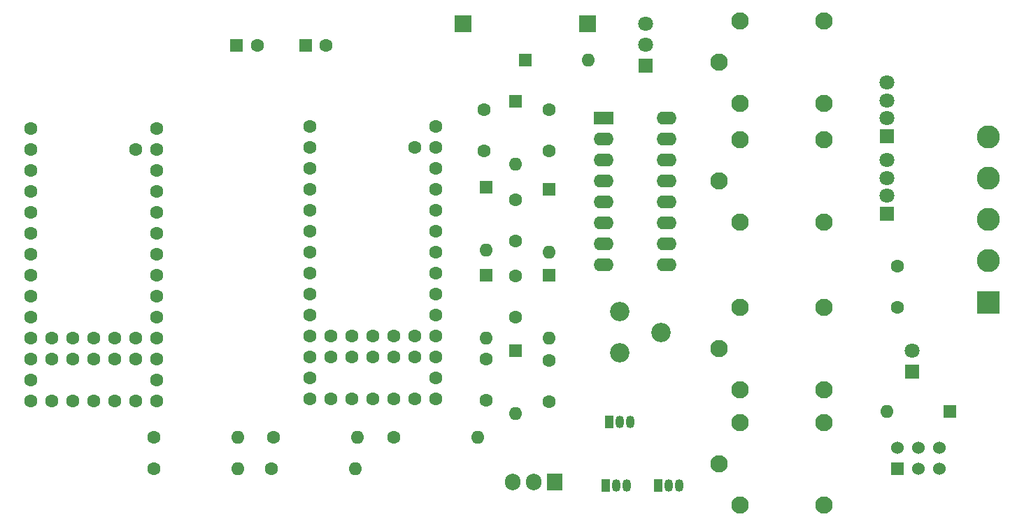
<source format=gbr>
G04 #@! TF.GenerationSoftware,KiCad,Pcbnew,5.99.0-unknown-ff9612b6da~131~ubuntu20.04.1*
G04 #@! TF.CreationDate,2021-08-29T13:57:06+09:00*
G04 #@! TF.ProjectId,Hyperwiper 2020 production prototype,48797065-7277-4697-9065-722032303230,V2.1.3*
G04 #@! TF.SameCoordinates,Original*
G04 #@! TF.FileFunction,Soldermask,Top*
G04 #@! TF.FilePolarity,Negative*
%FSLAX46Y46*%
G04 Gerber Fmt 4.6, Leading zero omitted, Abs format (unit mm)*
G04 Created by KiCad (PCBNEW 5.99.0-unknown-ff9612b6da~131~ubuntu20.04.1) date 2021-08-29 13:57:06*
%MOMM*%
%LPD*%
G01*
G04 APERTURE LIST*
%ADD10O,1.600000X1.600000*%
%ADD11R,1.600000X1.600000*%
%ADD12R,1.800000X1.800000*%
%ADD13C,1.800000*%
%ADD14C,1.600000*%
%ADD15C,2.100000*%
%ADD16R,2.800000X2.800000*%
%ADD17C,2.800000*%
%ADD18R,2.000000X2.000000*%
%ADD19R,1.050000X1.500000*%
%ADD20O,1.050000X1.500000*%
%ADD21R,1.905000X2.000000*%
%ADD22O,1.905000X2.000000*%
%ADD23C,2.340000*%
%ADD24R,2.400000X1.600000*%
%ADD25O,2.400000X1.600000*%
%ADD26R,1.524000X1.524000*%
%ADD27C,1.524000*%
G04 APERTURE END LIST*
D10*
G04 #@! TO.C,D11*
X184150000Y-105410000D03*
D11*
X191770000Y-105410000D03*
G04 #@! TD*
D10*
G04 #@! TO.C,D10*
X147955000Y-62865000D03*
D11*
X140335000Y-62865000D03*
G04 #@! TD*
D12*
G04 #@! TO.C,D2*
X184150000Y-81472000D03*
D13*
X184150000Y-79313000D03*
X184150000Y-77154000D03*
X184150000Y-74995000D03*
G04 #@! TD*
D14*
G04 #@! TO.C,C7*
X139192000Y-93980000D03*
X139192000Y-88980000D03*
G04 #@! TD*
D15*
G04 #@! TO.C,RLY2*
X166330000Y-68119000D03*
X176530000Y-68119000D03*
X176530000Y-58119000D03*
X166330000Y-58119000D03*
X163830000Y-63119000D03*
G04 #@! TD*
D14*
G04 #@! TO.C,C9*
X139192000Y-84796000D03*
X139192000Y-79796000D03*
G04 #@! TD*
G04 #@! TO.C,R3*
X124460000Y-108585000D03*
D10*
X134620000Y-108585000D03*
G04 #@! TD*
D11*
G04 #@! TO.C,D9*
X139192000Y-67818000D03*
D10*
X139192000Y-75438000D03*
G04 #@! TD*
D11*
G04 #@! TO.C,D5*
X143256000Y-88900000D03*
D10*
X143256000Y-96520000D03*
G04 #@! TD*
D16*
G04 #@! TO.C,J1*
X196396000Y-92195500D03*
D17*
X196396000Y-87195500D03*
X196396000Y-82195500D03*
X196396000Y-77195500D03*
X196396000Y-72195500D03*
G04 #@! TD*
D18*
G04 #@! TO.C,SW2*
X147895000Y-58420000D03*
X132775000Y-58420000D03*
G04 #@! TD*
D14*
G04 #@! TO.C,R2*
X109601000Y-112395000D03*
D10*
X119761000Y-112395000D03*
G04 #@! TD*
D19*
G04 #@! TO.C,Q3*
X150114000Y-114418500D03*
D20*
X151384000Y-114418500D03*
X152654000Y-114418500D03*
G04 #@! TD*
D21*
G04 #@! TO.C,Q1*
X143891000Y-113990000D03*
D22*
X141351000Y-113990000D03*
X138811000Y-113990000D03*
G04 #@! TD*
D14*
G04 #@! TO.C,C5*
X135636000Y-104120000D03*
X135636000Y-99120000D03*
G04 #@! TD*
D15*
G04 #@! TO.C,RLY4*
X166330000Y-102790000D03*
X176530000Y-102790000D03*
X176530000Y-92790000D03*
X166330000Y-92790000D03*
X163830000Y-97790000D03*
G04 #@! TD*
D14*
G04 #@! TO.C,C4*
X143256000Y-104267000D03*
X143256000Y-99267000D03*
G04 #@! TD*
D19*
G04 #@! TO.C,Q2*
X156464000Y-114418500D03*
D20*
X157734000Y-114418500D03*
X159004000Y-114418500D03*
G04 #@! TD*
D23*
G04 #@! TO.C,RV1*
X151805000Y-98360000D03*
X156805000Y-95860000D03*
X151805000Y-93360000D03*
G04 #@! TD*
D24*
G04 #@! TO.C,RN1*
X149860000Y-69850000D03*
D25*
X149860000Y-72390000D03*
X149860000Y-74930000D03*
X149860000Y-77470000D03*
X149860000Y-80010000D03*
X149860000Y-82550000D03*
X149860000Y-85090000D03*
X149860000Y-87630000D03*
X157480000Y-87630000D03*
X157480000Y-85090000D03*
X157480000Y-82550000D03*
X157480000Y-80010000D03*
X157480000Y-77470000D03*
X157480000Y-74930000D03*
X157480000Y-72390000D03*
X157480000Y-69850000D03*
G04 #@! TD*
D14*
G04 #@! TO.C,C1*
X185420000Y-92797000D03*
X185420000Y-87797000D03*
G04 #@! TD*
D11*
G04 #@! TO.C,D7*
X143256000Y-78486000D03*
D10*
X143256000Y-86106000D03*
G04 #@! TD*
D11*
G04 #@! TO.C,D8*
X135636000Y-78232000D03*
D10*
X135636000Y-85852000D03*
G04 #@! TD*
D14*
G04 #@! TO.C,R4*
X95377000Y-112395000D03*
D10*
X105537000Y-112395000D03*
G04 #@! TD*
D11*
G04 #@! TO.C,C2*
X113729900Y-61087000D03*
D14*
X116229900Y-61087000D03*
G04 #@! TD*
G04 #@! TO.C,R5*
X95377000Y-108585000D03*
D10*
X105537000Y-108585000D03*
G04 #@! TD*
D14*
G04 #@! TO.C,U1*
X114300000Y-70866000D03*
X114300000Y-73406000D03*
X114300000Y-75946000D03*
X114300000Y-78486000D03*
X114300000Y-81026000D03*
X114300000Y-83566000D03*
X114300000Y-86106000D03*
X114300000Y-88646000D03*
X114300000Y-91186000D03*
X114300000Y-93726000D03*
X114300000Y-96266000D03*
X114300000Y-98806000D03*
X114300000Y-101346000D03*
X114300000Y-103886000D03*
X116840000Y-103886000D03*
X119380000Y-103886000D03*
X121920000Y-103886000D03*
X124460000Y-103886000D03*
X127000000Y-103886000D03*
X129540000Y-103886000D03*
X129540000Y-101346000D03*
X129540000Y-98806000D03*
X129540000Y-96266000D03*
X129540000Y-93726000D03*
X129540000Y-91186000D03*
X129540000Y-88646000D03*
X129540000Y-86106000D03*
X129540000Y-83566000D03*
X129540000Y-81026000D03*
X129540000Y-78486000D03*
X129540000Y-75946000D03*
X129540000Y-73406000D03*
X129540000Y-70866000D03*
X127000000Y-73406000D03*
X127000000Y-98806000D03*
X127000000Y-96266000D03*
X124460000Y-98806000D03*
X124460000Y-96266000D03*
X121920000Y-98806000D03*
X121920000Y-96266000D03*
X119380000Y-98806000D03*
X119380000Y-96266000D03*
X116840000Y-98806000D03*
X116840000Y-96266000D03*
G04 #@! TD*
G04 #@! TO.C,U3*
X80518000Y-71120000D03*
X80518000Y-73660000D03*
X80518000Y-76200000D03*
X80518000Y-78740000D03*
X80518000Y-81280000D03*
X80518000Y-83820000D03*
X80518000Y-86360000D03*
X80518000Y-88900000D03*
X80518000Y-91440000D03*
X80518000Y-93980000D03*
X80518000Y-96520000D03*
X80518000Y-99060000D03*
X80518000Y-101600000D03*
X80518000Y-104140000D03*
X83058000Y-104140000D03*
X85598000Y-104140000D03*
X88138000Y-104140000D03*
X90678000Y-104140000D03*
X93218000Y-104140000D03*
X95758000Y-104140000D03*
X95758000Y-101600000D03*
X95758000Y-99060000D03*
X95758000Y-96520000D03*
X95758000Y-93980000D03*
X95758000Y-91440000D03*
X95758000Y-88900000D03*
X95758000Y-86360000D03*
X95758000Y-83820000D03*
X95758000Y-81280000D03*
X95758000Y-78740000D03*
X95758000Y-76200000D03*
X95758000Y-73660000D03*
X95758000Y-71120000D03*
X93218000Y-73660000D03*
X93218000Y-99060000D03*
X93218000Y-96520000D03*
X90678000Y-99060000D03*
X90678000Y-96520000D03*
X88138000Y-99060000D03*
X88138000Y-96520000D03*
X85598000Y-99060000D03*
X85598000Y-96520000D03*
X83058000Y-99060000D03*
X83058000Y-96520000D03*
G04 #@! TD*
G04 #@! TO.C,R1*
X109855000Y-108585000D03*
D10*
X120015000Y-108585000D03*
G04 #@! TD*
D15*
G04 #@! TO.C,RLY3*
X166330000Y-82470000D03*
X176530000Y-82470000D03*
X176530000Y-72470000D03*
X166330000Y-72470000D03*
X163830000Y-77470000D03*
G04 #@! TD*
D19*
G04 #@! TO.C,Q4*
X150495000Y-106680000D03*
D20*
X151765000Y-106680000D03*
X153035000Y-106680000D03*
G04 #@! TD*
D11*
G04 #@! TO.C,D4*
X139192000Y-98044000D03*
D10*
X139192000Y-105664000D03*
G04 #@! TD*
D11*
G04 #@! TO.C,C3*
X105410000Y-61087000D03*
D14*
X107910000Y-61087000D03*
G04 #@! TD*
D26*
G04 #@! TO.C,SW1*
X185420000Y-112395000D03*
D27*
X187960000Y-112395000D03*
X190500000Y-112395000D03*
X190500000Y-109855000D03*
X187960000Y-109855000D03*
X185420000Y-109855000D03*
G04 #@! TD*
D14*
G04 #@! TO.C,C8*
X135382000Y-73874000D03*
X135382000Y-68874000D03*
G04 #@! TD*
G04 #@! TO.C,C6*
X143256000Y-73874000D03*
X143256000Y-68874000D03*
G04 #@! TD*
D12*
G04 #@! TO.C,D3*
X187198000Y-100589000D03*
D13*
X187198000Y-98049000D03*
G04 #@! TD*
D15*
G04 #@! TO.C,RLY1*
X166330000Y-116760000D03*
X176530000Y-116760000D03*
X176530000Y-106760000D03*
X166330000Y-106760000D03*
X163830000Y-111760000D03*
G04 #@! TD*
D12*
G04 #@! TO.C,D1*
X184150000Y-72074000D03*
D13*
X184150000Y-69915000D03*
X184150000Y-67756000D03*
X184150000Y-65597000D03*
G04 #@! TD*
D11*
G04 #@! TO.C,D6*
X135636000Y-88900000D03*
D10*
X135636000Y-96520000D03*
G04 #@! TD*
D12*
G04 #@! TO.C,U2*
X154940000Y-63500000D03*
D13*
X154940000Y-60960000D03*
X154940000Y-58420000D03*
G04 #@! TD*
M02*

</source>
